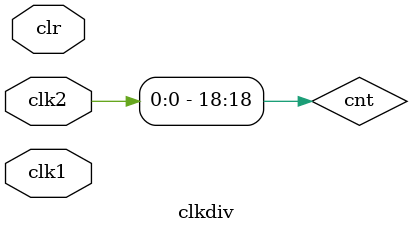
<source format=sv>
`timescale 1ns / 1ps


module clkdiv(input logic clk1,
input logic clr,
input logic clk2
    );
    logic [18:0] cnt;   

    always @(posedge clk1,posedge clr)
        if(clr == 1) cnt <= 0;
        else
            cnt <= cnt + 1;

    assign clk2 = cnt[18];
    
endmodule

</source>
